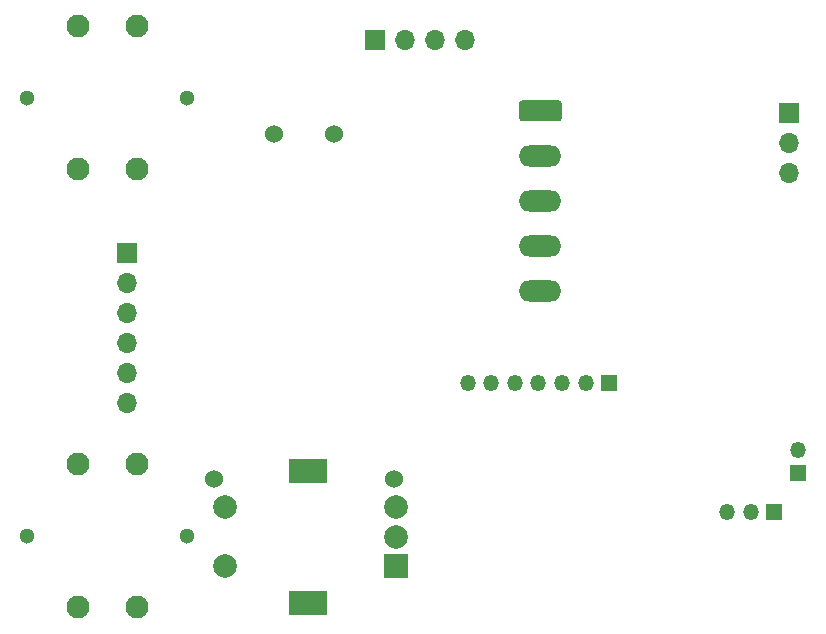
<source format=gbr>
%TF.GenerationSoftware,KiCad,Pcbnew,(5.1.6)-1*%
%TF.CreationDate,2022-02-08T04:05:35+01:00*%
%TF.ProjectId,Thermostat,54686572-6d6f-4737-9461-742e6b696361,rev?*%
%TF.SameCoordinates,Original*%
%TF.FileFunction,Soldermask,Bot*%
%TF.FilePolarity,Negative*%
%FSLAX46Y46*%
G04 Gerber Fmt 4.6, Leading zero omitted, Abs format (unit mm)*
G04 Created by KiCad (PCBNEW (5.1.6)-1) date 2022-02-08 04:05:35*
%MOMM*%
%LPD*%
G01*
G04 APERTURE LIST*
%ADD10C,1.300000*%
%ADD11C,1.950000*%
%ADD12O,1.350000X1.350000*%
%ADD13R,1.350000X1.350000*%
%ADD14O,1.700000X1.700000*%
%ADD15R,1.700000X1.700000*%
%ADD16C,1.524000*%
%ADD17R,2.000000X2.000000*%
%ADD18C,2.000000*%
%ADD19R,3.200000X2.000000*%
%ADD20O,3.600000X1.800000*%
G04 APERTURE END LIST*
D10*
%TO.C,S2*%
X80556000Y-87588000D03*
X67056000Y-87588000D03*
D11*
X76306000Y-93638000D03*
X71306000Y-93638000D03*
X76306000Y-81538000D03*
X71306000Y-81538000D03*
%TD*%
D10*
%TO.C,S1*%
X80556000Y-50504000D03*
X67056000Y-50504000D03*
D11*
X76306000Y-56554000D03*
X71306000Y-56554000D03*
X76306000Y-44454000D03*
X71306000Y-44454000D03*
%TD*%
D12*
%TO.C,J6*%
X126302000Y-85598000D03*
X128302000Y-85598000D03*
D13*
X130302000Y-85598000D03*
%TD*%
D12*
%TO.C,J5*%
X132334000Y-80296000D03*
D13*
X132334000Y-82296000D03*
%TD*%
D12*
%TO.C,J4*%
X104332000Y-74676000D03*
X106332000Y-74676000D03*
X108332000Y-74676000D03*
X110332000Y-74676000D03*
X112332000Y-74676000D03*
X114332000Y-74676000D03*
D13*
X116332000Y-74676000D03*
%TD*%
D14*
%TO.C,J7*%
X131572000Y-56896000D03*
X131572000Y-54356000D03*
D15*
X131572000Y-51816000D03*
%TD*%
D16*
%TO.C,U2*%
X82880000Y-82810000D03*
X98120000Y-82810000D03*
X87960000Y-53600000D03*
X93040000Y-53600000D03*
%TD*%
D17*
%TO.C,SW1*%
X98298000Y-90170000D03*
D18*
X98298000Y-87670000D03*
X98298000Y-85170000D03*
D19*
X90798000Y-93270000D03*
X90798000Y-82070000D03*
D18*
X83798000Y-90170000D03*
X83798000Y-85170000D03*
%TD*%
D14*
%TO.C,J3*%
X75500000Y-76300000D03*
X75500000Y-73760000D03*
X75500000Y-71220000D03*
X75500000Y-68680000D03*
X75500000Y-66140000D03*
D15*
X75500000Y-63600000D03*
%TD*%
D14*
%TO.C,J2*%
X104120000Y-45600000D03*
X101580000Y-45600000D03*
X99040000Y-45600000D03*
D15*
X96500000Y-45600000D03*
%TD*%
D20*
%TO.C,J1*%
X110500000Y-66840000D03*
X110500000Y-63030000D03*
X110500000Y-59220000D03*
X110500000Y-55410000D03*
G36*
G01*
X108950000Y-50700000D02*
X112050000Y-50700000D01*
G75*
G02*
X112300000Y-50950000I0J-250000D01*
G01*
X112300000Y-52250000D01*
G75*
G02*
X112050000Y-52500000I-250000J0D01*
G01*
X108950000Y-52500000D01*
G75*
G02*
X108700000Y-52250000I0J250000D01*
G01*
X108700000Y-50950000D01*
G75*
G02*
X108950000Y-50700000I250000J0D01*
G01*
G37*
%TD*%
M02*

</source>
